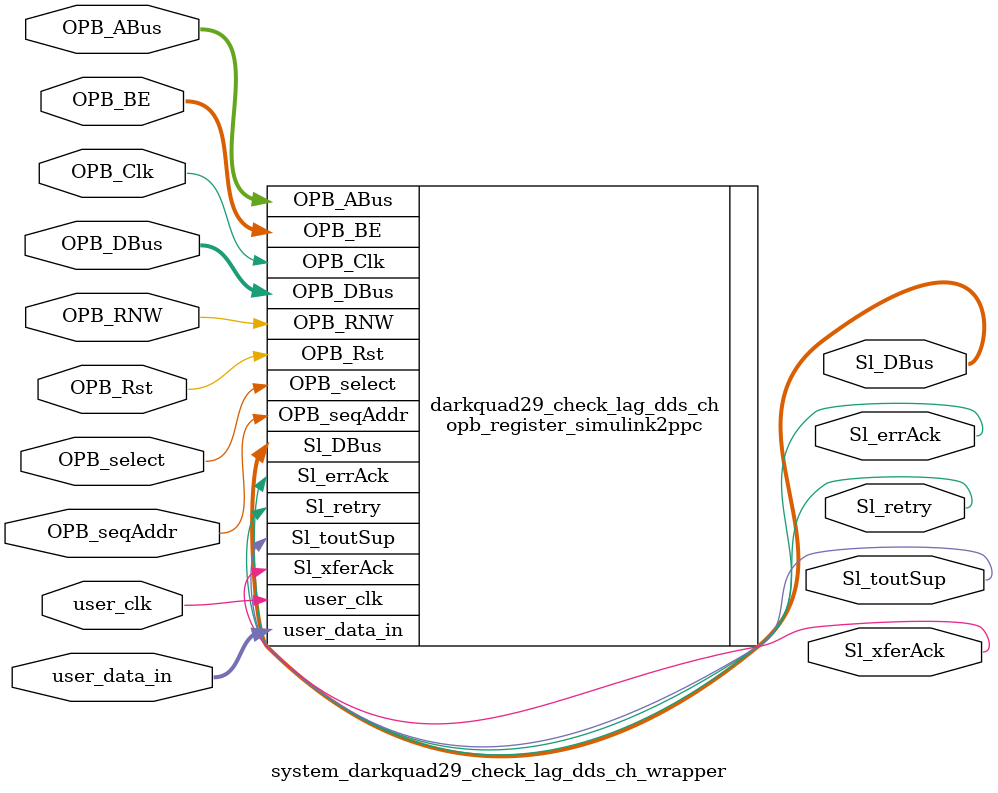
<source format=v>

module system_darkquad29_check_lag_dds_ch_wrapper
  (
    OPB_Clk,
    OPB_Rst,
    Sl_DBus,
    Sl_errAck,
    Sl_retry,
    Sl_toutSup,
    Sl_xferAck,
    OPB_ABus,
    OPB_BE,
    OPB_DBus,
    OPB_RNW,
    OPB_select,
    OPB_seqAddr,
    user_data_in,
    user_clk
  );
  input OPB_Clk;
  input OPB_Rst;
  output [0:31] Sl_DBus;
  output Sl_errAck;
  output Sl_retry;
  output Sl_toutSup;
  output Sl_xferAck;
  input [0:31] OPB_ABus;
  input [0:3] OPB_BE;
  input [0:31] OPB_DBus;
  input OPB_RNW;
  input OPB_select;
  input OPB_seqAddr;
  input [31:0] user_data_in;
  input user_clk;

  opb_register_simulink2ppc
    #(
      .C_BASEADDR ( 32'h01180000 ),
      .C_HIGHADDR ( 32'h011800FF ),
      .C_OPB_AWIDTH ( 32 ),
      .C_OPB_DWIDTH ( 32 ),
      .C_FAMILY ( "virtex6" )
    )
    darkquad29_check_lag_dds_ch (
      .OPB_Clk ( OPB_Clk ),
      .OPB_Rst ( OPB_Rst ),
      .Sl_DBus ( Sl_DBus ),
      .Sl_errAck ( Sl_errAck ),
      .Sl_retry ( Sl_retry ),
      .Sl_toutSup ( Sl_toutSup ),
      .Sl_xferAck ( Sl_xferAck ),
      .OPB_ABus ( OPB_ABus ),
      .OPB_BE ( OPB_BE ),
      .OPB_DBus ( OPB_DBus ),
      .OPB_RNW ( OPB_RNW ),
      .OPB_select ( OPB_select ),
      .OPB_seqAddr ( OPB_seqAddr ),
      .user_data_in ( user_data_in ),
      .user_clk ( user_clk )
    );

endmodule


</source>
